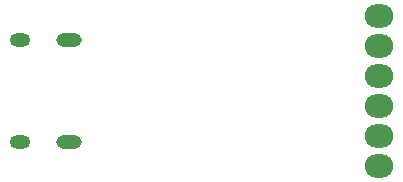
<source format=gbs>
G04*
G04 #@! TF.GenerationSoftware,Altium Limited,Altium Designer,22.1.2 (22)*
G04*
G04 Layer_Color=16711935*
%FSLAX44Y44*%
%MOMM*%
G71*
G04*
G04 #@! TF.SameCoordinates,3CBB6683-9870-4264-921C-6CE77DAC6C85*
G04*
G04*
G04 #@! TF.FilePolarity,Negative*
G04*
G01*
G75*
%ADD22O,2.4032X2.0032*%
%ADD23O,1.7500X1.1500*%
%ADD24O,2.1500X1.1500*%
%ADD25C,0.1500*%
D22*
X331250Y-12250D02*
D03*
Y13150D02*
D03*
Y38550D02*
D03*
Y63950D02*
D03*
Y89350D02*
D03*
Y114750D02*
D03*
D23*
X27250Y94450D02*
D03*
Y8050D02*
D03*
D24*
X68750Y94450D02*
D03*
Y8050D02*
D03*
D25*
X63750Y80150D02*
D03*
Y22350D02*
D03*
M02*

</source>
